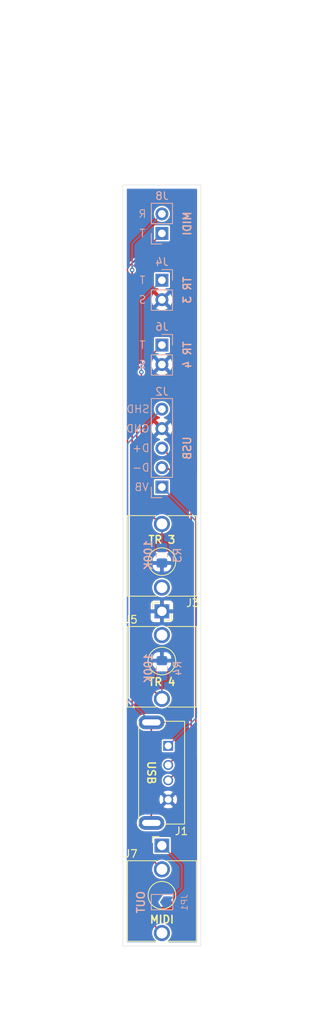
<source format=kicad_pcb>
(kicad_pcb (version 20241229) (generator "pcbnew") (generator_version "9.0")
  (title_block (title "ORN8 2HP Ext. Panel (Trig + TRS MIDI + USB-A)") (date "2026-01-06") (rev "3.2") (comment 3 "Aether Soundlab") (comment 4 "Beau Sterling"))
  (layers (0 "F.Cu" signal) (2 "B.Cu" signal) (5 "F.SilkS" user "F.Silkscreen") (7 "B.SilkS" user "B.Silkscreen") (1 "F.Mask" user) (3 "B.Mask" user) (25 "Edge.Cuts" user))
  (net 0 "")
  (net 1 "VBUS")
  (net 2 "GND")
  (net 3 "D-")
  (net 4 "D+")
  (net 6 "Net-(J4-Pin_1)")
  (net 8 "Net-(J6-Pin_1)")
  (net 9 "Net-(JP1-A)")
  (net 10 "Net-(J8-Pin_1)")
  (net 11 "SHLD")
  (net 12 "Net-(J8-Pin_2)")
  (footprint "Connector_Audio:Jack_3.5mm_QingPu_WQP-PJ398SM_Vertical_CircularHoles" (layer "F.Cu") (at 45.721027 115.512 180)
    (property "Reference" "J3" (at -4.03 1.08 0) (layer "F.SilkS"))
    (property "Value" "TR_3_JACK")
    (fp_line (start 4.5 12.48) (end 0.8 12.48) (stroke (width 0.12)) (layer "F.SilkS"))
    (fp_line (start 4.5 1.98) (end 4.5 12.48) (stroke (width 0.12)) (layer "F.SilkS"))
    (fp_line (start 4.5 1.98) (end 0.72 1.98) (stroke (width 0.12)) (layer "F.SilkS"))
    (fp_line (start -0.72 1.98) (end -4.5 1.98) (stroke (width 0.12)) (layer "F.SilkS"))
    (fp_line (start -0.8 12.48) (end -4.5 12.48) (stroke (width 0.12)) (layer "F.SilkS"))
    (fp_line (start -1.23 -1.17) (end -0.37 -1.17) (stroke (width 0.12)) (layer "F.SilkS"))
    (fp_line (start -1.23 -1.17) (end -1.23 -0.37) (stroke (width 0.12)) (layer "F.SilkS"))
    (fp_line (start -4.5 1.98) (end -4.5 12.48) (stroke (width 0.12)) (layer "F.SilkS"))
    (fp_circle (center 0 6.48) (end 1.8 6.48) (stroke (width 0.12)) (fill no) (layer "F.SilkS"))
    (pad "S" thru_hole rect (at 0 0) (size 1.93 1.83) (drill 1.22) (layers "*.Cu" "*.Mask") (net 2 "GND"))
    (pad "T" thru_hole circle (at 0 11.4) (size 2.13 2.13) (drill 1.43) (layers "*.Cu" "*.Mask") (net 6 "Net-(J4-Pin_1)"))
    (pad "TN" thru_hole circle (at 0 3.1) (size 2.13 2.13) (drill 1.42) (layers "*.Cu" "*.Mask"))
    (zone (net 0) (net_name "") (layer "F.Cu") (connect_pads (clearance 0)) (min_thickness 0.254)
      (keepout (tracks not_allowed) (vias not_allowed) (pads not_allowed) (copperpour not_allowed) (footprints not_allowed))
      (fill (thermal_gap 0.508) (thermal_bridge_width 0.508))
      (polygon (pts (xy 44.215886 109.032) (xy 44.236097 109.277829) (xy 44.296186 109.517055) (xy 44.394541 109.743256) (xy 44.528519 109.950355) (xy 44.694523 110.13279) (xy 44.888095 110.285664) (xy 45.104035 110.404869) (xy 45.336545 110.487206) (xy 45.579381 110.530461) (xy 45.82602 110.533475) (xy 46.06984 110.496165) (xy 46.304293 110.419534) (xy 46.523081 110.30564) (xy 46.72033 110.157542) (xy 46.890741 109.979216) (xy 47.029739 109.775452) (xy 47.133591 109.551722) (xy 47.199508 109.314035) (xy 47.225719 109.068774) (xy 47.21152 108.822525) (xy 47.157293 108.581901) (xy 47.064495 108.353366) (xy 46.935616 108.143055) (xy 46.774119 107.956618) (xy 46.58434 107.799061) (xy 46.371377 107.674615) (xy 46.140948 107.586623) (xy 45.899242 107.537447) (xy 45.652749 107.528408) (xy 45.408091 107.55975) (xy 45.171836 107.63063) (xy 44.95033 107.739144) (xy 44.749522 107.882379) (xy 44.574804 108.056488) (xy 44.430869 108.256795) (xy 44.321582 108.477921) (xy 44.249878 108.713926) (xy 44.217683 108.958474)))
    )
  )
  (footprint "Connector_Audio:Jack_3.5mm_QingPu_WQP-PJ398SM_Vertical_CircularHoles" (layer "F.Cu") (at 45.721027 115.509)
    (property "Reference" "J5" (at -4.03 1.08 180) (layer "F.SilkS"))
    (property "Value" "TR_4_JACK")
    (fp_line (start -4.5 1.98) (end -4.5 12.48) (stroke (width 0.12)) (layer "F.SilkS"))
    (fp_line (start -1.23 -1.17) (end -1.23 -0.37) (stroke (width 0.12)) (layer "F.SilkS"))
    (fp_line (start -1.23 -1.17) (end -0.37 -1.17) (stroke (width 0.12)) (layer "F.SilkS"))
    (fp_line (start -0.8 12.48) (end -4.5 12.48) (stroke (width 0.12)) (layer "F.SilkS"))
    (fp_line (start -0.72 1.98) (end -4.5 1.98) (stroke (width 0.12)) (layer "F.SilkS"))
    (fp_line (start 4.5 1.98) (end 0.72 1.98) (stroke (width 0.12)) (layer "F.SilkS"))
    (fp_line (start 4.5 1.98) (end 4.5 12.48) (stroke (width 0.12)) (layer "F.SilkS"))
    (fp_line (start 4.5 12.48) (end 0.8 12.48) (stroke (width 0.12)) (layer "F.SilkS"))
    (fp_circle (center 0 6.48) (end 1.8 6.48) (stroke (width 0.12)) (fill no) (layer "F.SilkS"))
    (pad "S" thru_hole rect (at 0 0 180) (size 1.93 1.83) (drill 1.22) (layers "*.Cu" "*.Mask") (net 2 "GND"))
    (pad "T" thru_hole circle (at 0 11.4 180) (size 2.13 2.13) (drill 1.43) (layers "*.Cu" "*.Mask") (net 8 "Net-(J6-Pin_1)"))
    (pad "TN" thru_hole circle (at 0 3.1 180) (size 2.13 2.13) (drill 1.42) (layers "*.Cu" "*.Mask"))
    (zone (net 0) (net_name "") (layer "F.Cu") (connect_pads (clearance 0)) (min_thickness 0.254)
      (keepout (tracks not_allowed) (vias not_allowed) (pads not_allowed) (copperpour not_allowed) (footprints not_allowed))
      (fill (thermal_gap 0.508) (thermal_bridge_width 0.508))
      (polygon (pts (xy 47.226168 121.989) (xy 47.205957 121.743171) (xy 47.145868 121.503945) (xy 47.047513 121.277744) (xy 46.913535 121.070645) (xy 46.747531 120.88821) (xy 46.553959 120.735336) (xy 46.338019 120.616131) (xy 46.105509 120.533794) (xy 45.862673 120.490539) (xy 45.616034 120.487525) (xy 45.372214 120.524835) (xy 45.137761 120.601466) (xy 44.918973 120.71536) (xy 44.721724 120.863458) (xy 44.551313 121.041784) (xy 44.412315 121.245548) (xy 44.308463 121.469278) (xy 44.242546 121.706965) (xy 44.216335 121.952226) (xy 44.230534 122.198475) (xy 44.284761 122.439099) (xy 44.377559 122.667634) (xy 44.506438 122.877945) (xy 44.667935 123.064382) (xy 44.857714 123.221939) (xy 45.070677 123.346385) (xy 45.301106 123.434377) (xy 45.542812 123.483553) (xy 45.789305 123.492592) (xy 46.033963 123.46125) (xy 46.270218 123.39037) (xy 46.491724 123.281856) (xy 46.692532 123.138621) (xy 46.86725 122.964512) (xy 47.011185 122.764205) (xy 47.120472 122.543079) (xy 47.192176 122.307074) (xy 47.224371 122.062526)))
    )
  )
  (footprint "Connector_Audio:Jack_3.5mm_QingPu_WQP-PJ398SM_Vertical_CircularHoles" (layer "F.Cu") (at 45.721027 146.04)
    (property "Reference" "J7" (at -4.03 1.08 180) (layer "F.SilkS"))
    (property "Value" "MIDI_JACK")
    (fp_line (start -4.5 1.98) (end -4.5 12.48) (stroke (width 0.12)) (layer "F.SilkS"))
    (fp_line (start -1.23 -1.17) (end -1.23 -0.37) (stroke (width 0.12)) (layer "F.SilkS"))
    (fp_line (start -1.23 -1.17) (end -0.37 -1.17) (stroke (width 0.12)) (layer "F.SilkS"))
    (fp_line (start -0.8 12.48) (end -4.5 12.48) (stroke (width 0.12)) (layer "F.SilkS"))
    (fp_line (start -0.72 1.98) (end -4.5 1.98) (stroke (width 0.12)) (layer "F.SilkS"))
    (fp_line (start 4.5 1.98) (end 0.72 1.98) (stroke (width 0.12)) (layer "F.SilkS"))
    (fp_line (start 4.5 1.98) (end 4.5 12.48) (stroke (width 0.12)) (layer "F.SilkS"))
    (fp_line (start 4.5 12.48) (end 0.8 12.48) (stroke (width 0.12)) (layer "F.SilkS"))
    (fp_circle (center 0 6.48) (end 1.8 6.48) (stroke (width 0.12)) (fill no) (layer "F.SilkS"))
    (pad "R" thru_hole circle (at 0 3.1 180) (size 2.13 2.13) (drill 1.42) (layers "*.Cu" "*.Mask") (net 12 "Net-(J8-Pin_2)"))
    (pad "S" thru_hole rect (at 0 0 180) (size 1.93 1.83) (drill 1.22) (layers "*.Cu" "*.Mask") (net 9 "Net-(JP1-A)"))
    (pad "T" thru_hole circle (at 0 11.4 180) (size 2.13 2.13) (drill 1.43) (layers "*.Cu" "*.Mask") (net 10 "Net-(J8-Pin_1)"))
    (zone (net 0) (net_name "") (layer "F.Cu") (connect_pads (clearance 0)) (min_thickness 0.254)
      (keepout (tracks not_allowed) (vias not_allowed) (pads not_allowed) (copperpour not_allowed) (footprints not_allowed))
      (fill (thermal_gap 0.508) (thermal_bridge_width 0.508))
      (polygon (pts (xy 47.226168 152.52) (xy 47.205957 152.274171) (xy 47.145868 152.034945) (xy 47.047513 151.808744) (xy 46.913535 151.601645) (xy 46.747531 151.41921) (xy 46.553959 151.266336) (xy 46.338019 151.147131) (xy 46.105509 151.064794) (xy 45.862673 151.021539) (xy 45.616034 151.018525) (xy 45.372214 151.055835) (xy 45.137761 151.132466) (xy 44.918973 151.24636) (xy 44.721724 151.394458) (xy 44.551313 151.572784) (xy 44.412315 151.776548) (xy 44.308463 152.000278) (xy 44.242546 152.237965) (xy 44.216335 152.483226) (xy 44.230534 152.729475) (xy 44.284761 152.970099) (xy 44.377559 153.198634) (xy 44.506438 153.408945) (xy 44.667935 153.595382) (xy 44.857714 153.752939) (xy 45.070677 153.877385) (xy 45.301106 153.965377) (xy 45.542812 154.014553) (xy 45.789305 154.023592) (xy 46.033963 153.99225) (xy 46.270218 153.92137) (xy 46.491724 153.812856) (xy 46.692532 153.669621) (xy 46.86725 153.495512) (xy 47.011185 153.295205) (xy 47.120472 153.074079) (xy 47.192176 152.838074) (xy 47.224371 152.593526)))
    )
  )
  (footprint "Library:USB_A_AliExpress_Vertical" (layer "F.Cu") (at 46.541027 133.04 -90)
    (property "Reference" "J1" (at 11.125 -1.725 180) (layer "F.SilkS"))
    (property "Value" "HOST_USB")
    (fp_line (start 10.2 3.86) (end -3.2 3.86) (stroke (width 0.12)) (layer "F.SilkS"))
    (fp_line (start -3.2 -2.14) (end -3.2 0.46) (stroke (width 0.12)) (layer "F.SilkS"))
    (fp_line (start 10.2 -2.14) (end 10.2 0.46) (stroke (width 0.12)) (layer "F.SilkS"))
    (fp_line (start 10.2 -2.14) (end -3.2 -2.14) (stroke (width 0.12)) (layer "F.SilkS"))
    (pad "1" thru_hole rect (at 0 0 270) (size 1.3 1.3) (drill 0.9) (layers "*.Cu" "*.Mask") (net 1 "VBUS"))
    (pad "2" thru_hole circle (at 2.5 0 270) (size 1.3 1.3) (drill 0.9) (layers "*.Cu" "*.Mask") (net 3 "D-"))
    (pad "3" thru_hole circle (at 4.5 0 270) (size 1.3 1.3) (drill 0.9) (layers "*.Cu" "*.Mask") (net 4 "D+"))
    (pad "4" thru_hole circle (at 7 0 270) (size 1.3 1.3) (drill 0.9) (layers "*.Cu" "*.Mask") (net 2 "GND"))
    (pad "5" thru_hole oval (at -3.05 2.2 90) (size 1.8 3.4) (drill oval 0.8 2.4) (layers "*.Cu" "*.Mask") (net 11 "SHLD"))
    (pad "5" thru_hole oval (at 10.05 2.2 90) (size 1.8 3.4) (drill oval 0.8 2.4) (layers "*.Cu" "*.Mask") (net 11 "SHLD"))
  )
  (footprint "Connector_PinHeader_2.54mm:PinHeader_1x02_P2.54mm_Vertical" (layer "B.Cu") (at 45.721027 72.35 180)
    (property "Reference" "J4" (at 0 2.38 0) (layer "B.SilkS") (effects (justify mirror)))
    (property "Value" "TR_3_PINS")
    (fp_line (start 1.38 -1.27) (end 1.38 -3.92) (stroke (width 0.12)) (layer "B.SilkS"))
    (fp_line (start -1.38 1.38) (end 0 1.38) (stroke (width 0.12)) (layer "B.SilkS"))
    (fp_line (start -1.38 0) (end -1.38 1.38) (stroke (width 0.12)) (layer "B.SilkS"))
    (fp_line (start -1.38 -1.27) (end 1.38 -1.27) (stroke (width 0.12)) (layer "B.SilkS"))
    (fp_line (start -1.38 -1.27) (end -1.38 -3.92) (stroke (width 0.12)) (layer "B.SilkS"))
    (fp_line (start -1.38 -3.92) (end 1.38 -3.92) (stroke (width 0.12)) (layer "B.SilkS"))
    (pad "1" thru_hole rect (at 0 0 180) (size 1.7 1.7) (drill 1) (layers "*.Cu" "*.Mask") (net 6 "Net-(J4-Pin_1)"))
    (pad "2" thru_hole circle (at 0 -2.54 180) (size 1.7 1.7) (drill 1) (layers "*.Cu" "*.Mask") (net 2 "GND"))
  )
  (footprint "Resistor_SMD:R_0805_2012Metric_Pad1.20x1.40mm_HandSolder" (layer "B.Cu") (at 45.721027 108.208 90)
    (property "Reference" "R3" (at 0 2.032 90) (layer "B.SilkS") (effects (justify mirror)))
    (property "Value" "100K")
    (fp_line (start -0.227064 -0.735) (end 0.227064 -0.735) (stroke (width 0.12)) (layer "B.SilkS"))
    (fp_line (start -0.227064 0.735) (end 0.227064 0.735) (stroke (width 0.12)) (layer "B.SilkS"))
    (pad "1" smd roundrect (at -1 0 90) (size 1.2 1.4) (layers "B.Cu" "B.Mask" "B.Paste") (roundrect_rratio 0.208333) (net 2 "GND"))
    (pad "2" smd roundrect (at 1 0 90) (size 1.2 1.4) (layers "B.Cu" "B.Mask" "B.Paste") (roundrect_rratio 0.208333) (net 6 "Net-(J4-Pin_1)"))
  )
  (footprint "Connector_PinHeader_2.54mm:PinHeader_1x05_P2.54mm_Vertical" (layer "B.Cu") (at 45.721027 99.314)
    (property "Reference" "J2" (at -0.001027 -12.446 0) (layer "B.SilkS") (effects (justify mirror)))
    (property "Value" "HOST_USB_PINS")
    (fp_line (start -1.38 -11.54) (end 1.38 -11.54) (stroke (width 0.12)) (layer "B.SilkS"))
    (fp_line (start -1.38 -1.27) (end -1.38 -11.54) (stroke (width 0.12)) (layer "B.SilkS"))
    (fp_line (start -1.38 -1.27) (end 1.38 -1.27) (stroke (width 0.12)) (layer "B.SilkS"))
    (fp_line (start -1.38 0) (end -1.38 1.38) (stroke (width 0.12)) (layer "B.SilkS"))
    (fp_line (start -1.38 1.38) (end 0 1.38) (stroke (width 0.12)) (layer "B.SilkS"))
    (fp_line (start 1.38 -1.27) (end 1.38 -11.54) (stroke (width 0.12)) (layer "B.SilkS"))
    (pad "1" thru_hole rect (at 0 0) (size 1.7 1.7) (drill 1) (layers "*.Cu" "*.Mask") (net 1 "VBUS"))
    (pad "2" thru_hole circle (at 0 -2.54) (size 1.7 1.7) (drill 1) (layers "*.Cu" "*.Mask") (net 3 "D-"))
    (pad "3" thru_hole circle (at 0 -5.08) (size 1.7 1.7) (drill 1) (layers "*.Cu" "*.Mask") (net 4 "D+"))
    (pad "4" thru_hole circle (at 0 -7.62) (size 1.7 1.7) (drill 1) (layers "*.Cu" "*.Mask") (net 2 "GND"))
    (pad "5" thru_hole circle (at 0 -10.16) (size 1.7 1.7) (drill 1) (layers "*.Cu" "*.Mask") (net 11 "SHLD"))
  )
  (footprint "Connector_PinHeader_2.54mm:PinHeader_1x02_P2.54mm_Vertical" (layer "B.Cu") (at 45.721027 80.8 180)
    (property "Reference" "J6" (at 0 2.38 0) (layer "B.SilkS") (effects (justify mirror)))
    (property "Value" "TR_4_PINS")
    (fp_line (start 1.38 -1.27) (end 1.38 -3.92) (stroke (width 0.12)) (layer "B.SilkS"))
    (fp_line (start -1.38 1.38) (end 0 1.38) (stroke (width 0.12)) (layer "B.SilkS"))
    (fp_line (start -1.38 0) (end -1.38 1.38) (stroke (width 0.12)) (layer "B.SilkS"))
    (fp_line (start -1.38 -1.27) (end 1.38 -1.27) (stroke (width 0.12)) (layer "B.SilkS"))
    (fp_line (start -1.38 -1.27) (end -1.38 -3.92) (stroke (width 0.12)) (layer "B.SilkS"))
    (fp_line (start -1.38 -3.92) (end 1.38 -3.92) (stroke (width 0.12)) (layer "B.SilkS"))
    (pad "1" thru_hole rect (at 0 0 180) (size 1.7 1.7) (drill 1) (layers "*.Cu" "*.Mask") (net 8 "Net-(J6-Pin_1)"))
    (pad "2" thru_hole circle (at 0 -2.54 180) (size 1.7 1.7) (drill 1) (layers "*.Cu" "*.Mask") (net 2 "GND"))
  )
  (footprint "Resistor_SMD:R_0805_2012Metric_Pad1.20x1.40mm_HandSolder" (layer "B.Cu") (at 45.721027 122.94 -90)
    (property "Reference" "R4" (at 0 -2.032 90) (layer "B.SilkS") (effects (justify mirror)))
    (property "Value" "100K")
    (fp_line (start -0.227064 0.735) (end 0.227064 0.735) (stroke (width 0.12)) (layer "B.SilkS"))
    (fp_line (start -0.227064 -0.735) (end 0.227064 -0.735) (stroke (width 0.12)) (layer "B.SilkS"))
    (pad "1" smd roundrect (at -1 0 270) (size 1.2 1.4) (layers "B.Cu" "B.Mask" "B.Paste") (roundrect_rratio 0.208333) (net 2 "GND"))
    (pad "2" smd roundrect (at 1 0 270) (size 1.2 1.4) (layers "B.Cu" "B.Mask" "B.Paste") (roundrect_rratio 0.208333) (net 8 "Net-(J6-Pin_1)"))
  )
  (footprint "Jumper:SolderJumper-2_P1.3mm_Open_TrianglePad1.0x1.5mm" (layer "B.Cu") (at 45.7338 153.416 180)
    (property "Reference" "JP1" (at -2.9326 -0.0508 270) (layer "B.SilkS") (effects (font (size 0.8 0.8) (thickness 0.1)) (justify mirror)))
    (property "Value" "MIDI_SHLD")
    (fp_line (start 1.4 1) (end 1.4 -1) (stroke (width 0.12)) (layer "B.SilkS"))
    (fp_line (start 1.4 -1) (end -1.4 -1) (stroke (width 0.12)) (layer "B.SilkS"))
    (fp_line (start -1.4 1) (end 1.4 1) (stroke (width 0.12)) (layer "B.SilkS"))
    (fp_line (start -1.4 -1) (end -1.4 1) (stroke (width 0.12)) (layer "B.SilkS"))
    (pad "1" smd custom (at -0.725 0 180) (size 0.3 0.3) (layers "B.Cu" "B.Mask") (net 9 "Net-(JP1-A)") (options (clearance outline) (anchor rect)) (primitives (gr_poly (pts (xy 1 0) (xy 0.5 -0.75) (xy -0.5 -0.75) (xy -0.5 0.75) (xy 0.5 0.75)) (width 0) (fill yes))))
    (pad "2" smd custom (at 0.725 0 180) (size 0.3 0.3) (layers "B.Cu" "B.Mask") (net 2 "GND") (options (clearance outline) (anchor rect)) (primitives (gr_poly (pts (xy 0.5 -0.75) (xy -0.65 -0.75) (xy -0.15 0) (xy -0.65 0.75) (xy 0.5 0.75)) (width 0) (fill yes))))
  )
  (footprint "Connector_PinHeader_2.54mm:PinHeader_1x02_P2.54mm_Vertical" (layer "B.Cu") (at 45.721027 66.2432)
    (property "Reference" "J8" (at 0 -4.8768 0) (layer "B.SilkS") (effects (justify mirror)))
    (property "Value" "MIDI_PINS")
    (fp_line (start -1.38 -3.92) (end 1.38 -3.92) (stroke (width 0.12)) (layer "B.SilkS"))
    (fp_line (start -1.38 -1.27) (end -1.38 -3.92) (stroke (width 0.12)) (layer "B.SilkS"))
    (fp_line (start -1.38 -1.27) (end 1.38 -1.27) (stroke (width 0.12)) (layer "B.SilkS"))
    (fp_line (start -1.38 0) (end -1.38 1.38) (stroke (width 0.12)) (layer "B.SilkS"))
    (fp_line (start -1.38 1.38) (end 0 1.38) (stroke (width 0.12)) (layer "B.SilkS"))
    (fp_line (start 1.38 -1.27) (end 1.38 -3.92) (stroke (width 0.12)) (layer "B.SilkS"))
    (pad "1" thru_hole rect (at 0 0) (size 1.7 1.7) (drill 1) (layers "*.Cu" "*.Mask") (net 10 "Net-(J8-Pin_1)"))
    (pad "2" thru_hole circle (at 0 -2.54) (size 1.7 1.7) (drill 1) (layers "*.Cu" "*.Mask") (net 12 "Net-(J8-Pin_2)"))
  )
  (gr_line (start 43.041027 101.44) (end 43.041027 86.14) (stroke (width 0.2)) (layer "F.Cu") (net 6))
  (gr_rect (start 40.641027 59.92) (end 50.8 159.14) (stroke (width 0.05)) (fill no) (layer "Edge.Cuts"))
  (gr_text "MIDI" (at 45.721027 155.678 0) (layer "F.SilkS") (effects (font (size 1 1) (thickness 0.2) (bold yes))))
  (gr_text "TR 3" (at 45.721027 106.176 0) (layer "F.SilkS") (effects (font (size 1 1) (thickness 0.2) (bold yes))))
  (gr_text "USB" (at 44.341027 136.54 270) (layer "F.SilkS") (effects (font (size 1 1) (thickness 0.2) (bold yes))))
  (gr_text "TR 4" (at 45.721027 124.718 0) (layer "F.SilkS") (effects (font (size 1 1) (thickness 0.2) (bold yes))))
  (gr_text "SHD" (at 42.601373 89.154 0) (layer "B.SilkS") (effects (font (size 1 1) (thickness 0.125)) (justify mirror)))
  (gr_text "S" (at 43.181027 83.34 0) (layer "B.SilkS") (effects (font (size 1 1) (thickness 0.125)) (justify mirror)))
  (gr_text "R" (at 43.178973 63.7032 0) (layer "B.SilkS") (effects (font (size 1 1) (thickness 0.125)) (justify mirror)))
  (gr_text "T" (at 43.181027 80.8 0) (layer "B.SilkS") (effects (font (size 1 1) (thickness 0.125)) (justify mirror)))
  (gr_text "D+" (at 42.982325 94.234 0) (layer "B.SilkS") (effects (font (size 1 1) (thickness 0.125)) (justify mirror)))
  (gr_text "TR 3" (at 49.023027 73.64 90) (layer "B.SilkS") (effects (font (size 1 1) (thickness 0.2) (bold yes)) (justify mirror)))
  (gr_text "D-" (at 42.982325 96.774 0) (layer "B.SilkS") (effects (font (size 1 1) (thickness 0.125)) (justify mirror)))
  (gr_text "T" (at 43.178973 66.2432 0) (layer "B.SilkS") (effects (font (size 1 1) (thickness 0.125)) (justify mirror)))
  (gr_text "100K" (at 43.941027 108.19 90) (layer "B.SilkS") (effects (font (size 1 1) (thickness 0.2) (bold yes)) (justify mirror)))
  (gr_text "GND" (at 42.577563 91.694 0) (layer "B.SilkS") (effects (font (size 1 1) (thickness 0.125)) (justify mirror)))
  (gr_text "OUT" (at 42.9768 153.416 90) (layer "B.SilkS") (effects (font (size 1 1) (thickness 0.2) (bold yes)) (justify mirror)))
  (gr_text "T" (at 43.181027 72.35 0) (layer "B.SilkS") (effects (font (size 1 1) (thickness 0.125)) (justify mirror)))
  (gr_text "VB" (at 43.0784 99.314 0) (layer "B.SilkS") (effects (font (size 1 1) (thickness 0.125)) (justify mirror)))
  (gr_text "MIDI" (at 49.023027 64.97 90) (layer "B.SilkS") (effects (font (size 1 1) (thickness 0.2) (bold yes)) (justify mirror)))
  (gr_text "TR 4" (at 49.023027 82.09 90) (layer "B.SilkS") (effects (font (size 1 1) (thickness 0.2) (bold yes)) (justify mirror)))
  (gr_text "USB" (at 49.023027 94.234001 90) (layer "B.SilkS") (effects (font (size 1 1) (thickness 0.2) (bold yes)) (justify mirror)))
  (gr_text "100K" (at 43.941027 122.94 90) (layer "B.SilkS") (effects (font (size 1 1) (thickness 0.2) (bold yes)) (justify mirror)))
  (gr_text "S" (at 43.181027 74.89 0) (layer "B.SilkS") (effects (font (size 1 1) (thickness 0.125)) (justify mirror)))
  (segment (start 45.721027 99.314) (end 45.721027 99.314922) (width 0.2) (layer "B.Cu") (net 1))
  (segment (start 50.2 103.792973) (end 45.721027 99.314) (width 0.2) (layer "B.Cu") (net 1))
  (segment (start 50.2 129.381027) (end 50.2 103.792973) (width 0.2) (layer "B.Cu") (net 1))
  (segment (start 46.541027 133.04) (end 50.2 129.381027) (width 0.2) (layer "B.Cu") (net 1))
  (segment (start 49.541027 132.49) (end 46.491027 135.54) (width 0.2) (layer "F.Cu") (net 3))
  (segment (start 49.541027 99.883827) (end 49.541027 132.49) (width 0.2) (layer "F.Cu") (net 3))
  (segment (start 45.721027 96.774) (end 46.4312 96.774) (width 0.2) (layer "F.Cu") (net 3))
  (segment (start 46.4312 96.774) (end 49.541027 99.883827) (width 0.2) (layer "F.Cu") (net 3))
  (segment (start 45.721027 94.234) (end 50.127027 98.64) (width 0.2) (layer "F.Cu") (net 4))
  (segment (start 50.127027 98.64) (end 50.141027 98.64) (width 0.2) (layer "F.Cu") (net 4))
  (segment (start 46.541027 137.54) (end 50.141027 133.94) (width 0.2) (layer "F.Cu") (net 4))
  (segment (start 50.141027 133.94) (end 50.141027 98.64) (width 0.2) (layer "F.Cu") (net 4))
  (segment (start 43.041027 86.14) (end 43.041027 84.328) (width 0.2) (layer "F.Cu") (net 6))
  (segment (start 45.721027 104.338) (end 43.041027 101.658) (width 0.2) (layer "F.Cu") (net 6))
  (segment (start 43.041027 101.658) (end 43.041027 101.44) (width 0.2) (layer "F.Cu") (net 6))
  (via (at 43.041027 84.328) (size 0.6) (drill 0.3) (layers "F.Cu" "B.Cu") (net 6))
  (segment (start 43.041027 75.03) (end 45.721027 72.35) (width 0.2) (layer "B.Cu") (net 6))
  (segment (start 45.721027 104.112) (end 45.721027 107.208) (width 0.2) (layer "B.Cu") (net 6))
  (segment (start 43.041027 84.328) (end 43.041027 75.03) (width 0.2) (layer "B.Cu") (net 6))
  (segment (start 45.721027 107.208) (end 45.959027 107.446) (width 0.2) (layer "B.Cu") (net 6))
  (segment (start 42.441027 123.629) (end 42.441027 84.061) (width 0.2) (layer "F.Cu") (net 8))
  (segment (start 45.721027 126.909) (end 42.441027 123.629) (width 0.2) (layer "F.Cu") (net 8))
  (segment (start 45.702027 80.8) (end 45.721027 80.8) (width 0.2) (layer "F.Cu") (net 8))
  (segment (start 42.441027 84.061) (end 45.702027 80.8) (width 0.2) (layer "F.Cu") (net 8))
  (segment (start 45.721027 123.94) (end 45.721027 126.909) (width 0.2) (layer "B.Cu") (net 8))
  (segment (start 48.3108 148.629773) (end 48.3108 151.564) (width 0.2) (layer "B.Cu") (net 9))
  (segment (start 48.3108 151.564) (end 46.4588 153.416) (width 0.2) (layer "B.Cu") (net 9))
  (segment (start 45.721027 146.04) (end 48.3108 148.629773) (width 0.2) (layer "B.Cu") (net 9))
  (segment (start 41.241027 152.96) (end 41.241027 70.7232) (width 0.2) (layer "F.Cu") (net 10))
  (segment (start 45.721027 157.44) (end 41.241027 152.96) (width 0.2) (layer "F.Cu") (net 10))
  (segment (start 41.241027 70.7232) (end 45.721027 66.2432) (width 0.2) (layer "F.Cu") (net 10))
  (segment (start 45.721027 157.873027) (end 45.721027 157.885) (width 0.2) (layer "B.Cu") (net 10))
  (segment (start 44.341027 143.04) (end 44.291027 143.09) (width 0.2) (layer "F.Cu") (net 11))
  (segment (start 44.341027 129.99) (end 44.341027 143.04) (width 0.2) (layer "F.Cu") (net 11))
  (segment (start 41.241027 126.89) (end 44.341027 129.99) (width 0.2) (layer "B.Cu") (net 11))
  (segment (start 41.241027 93.634) (end 41.241027 126.89) (width 0.2) (layer "B.Cu") (net 11))
  (segment (start 44.341027 129.99) (end 46.0416 129.99) (width 0.2) (layer "B.Cu") (net 11))
  (segment (start 45.721027 89.154) (end 41.241027 93.634) (width 0.2) (layer "B.Cu") (net 11))
  (segment (start 45.721027 89.152071) (end 45.721027 89.14) (width 0.2) (layer "B.Cu") (net 11))
  (segment (start 41.841027 71.0184) (end 41.841027 145.26) (width 0.2) (layer "F.Cu") (net 12))
  (segment (start 41.841027 145.26) (end 45.721027 149.14) (width 0.2) (layer "F.Cu") (net 12))
  (via (at 41.841027 71.0184) (size 0.6) (drill 0.3) (layers "F.Cu" "B.Cu") (net 12))
  (segment (start 41.841027 67.5832) (end 45.721027 63.7032) (width 0.2) (layer "B.Cu") (net 12))
  (segment (start 41.841027 71.0184) (end 41.841027 67.5832) (width 0.2) (layer "B.Cu") (net 12))
  (zone (net 2) (net_name "GND") (layers "F.Cu" "B.Cu") (connect_pads (clearance 0)) (min_thickness 0.25) (fill yes (thermal_gap 0.5) (thermal_bridge_width 0.5))
    (polygon (pts (xy 40.641027 59.92) (xy 40.641027 158.98) (xy 40.641027 159.14) (xy 50.800095 159.14) (xy 50.801027 59.92)))
  )
)
</source>
